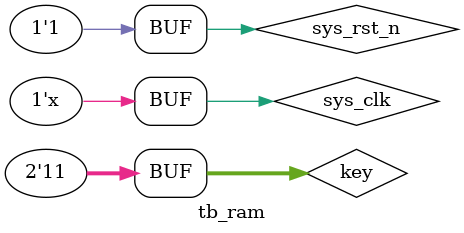
<source format=v>
`timescale  1ns/1ns

module  tb_ram();

//********************************************************************//
//****************** Parameter and Internal Signal *******************//
//********************************************************************//

//wire  define
wire    stcp;
wire    shcp;
wire    ds  ;
wire    oe  ;

//reg   define
reg         sys_clk     ;
reg         sys_rst_n   ;
reg [1:0]   key         ;

//********************************************************************//
//***************************** Main Code ****************************//
//********************************************************************//

//对sys_clk,sys_rst赋初值，并模拟按键抖动
initial
    begin
            sys_clk     =   1'b1 ;
            sys_rst_n   <=  1'b0 ;
            key         <=  2'b11;
    #200    sys_rst_n   <=  1'b1 ;
//按下按键key[1]
    #2000000    key[1]      <=  1'b0;//按下按键
    #20         key[1]      <=  1'b1;//模拟抖动
    #20         key[1]      <=  1'b0;//模拟抖动
    #20         key[1]      <=  1'b1;//模拟抖动
    #20         key[1]      <=  1'b0;//模拟抖动
    #200        key[1]      <=  1'b1;//松开按键
    #20         key[1]      <=  1'b0;//模拟抖动
    #20         key[1]      <=  1'b1;//模拟抖动
    #20         key[1]      <=  1'b0;//模拟抖动
    #20         key[1]      <=  1'b1;//模拟抖动
//按下按键key[0]
    #2000000    key[0]      <=  1'b0;//按下按键
    #20         key[0]      <=  1'b1;//模拟抖动
    #20         key[0]      <=  1'b0;//模拟抖动
    #20         key[0]      <=  1'b1;//模拟抖动
    #20         key[0]      <=  1'b0;//模拟抖动
    #200        key[0]      <=  1'b1;//松开按键
    #20         key[0]      <=  1'b0;//模拟抖动
    #20         key[0]      <=  1'b1;//模拟抖动
    #20         key[0]      <=  1'b0;//模拟抖动
    #20         key[0]      <=  1'b1;//模拟抖动
//按下按键key[1]
    #2000000    key[1]      <=  1'b0;//按下按键
    #20         key[1]      <=  1'b1;//模拟抖动
    #20         key[1]      <=  1'b0;//模拟抖动
    #20         key[1]      <=  1'b1;//模拟抖动
    #20         key[1]      <=  1'b0;//模拟抖动
    #200        key[1]      <=  1'b1;//松开按键
    #20         key[1]      <=  1'b0;//模拟抖动
    #20         key[1]      <=  1'b1;//模拟抖动
    #20         key[1]      <=  1'b0;//模拟抖动
    #20         key[1]      <=  1'b1;//模拟抖动
//按下按键key[1]
    #2000000    key[1]      <=  1'b0;//按下按键
    #20         key[1]      <=  1'b1;//模拟抖动
    #20         key[1]      <=  1'b0;//模拟抖动
    #20         key[1]      <=  1'b1;//模拟抖动
    #20         key[1]      <=  1'b0;//模拟抖动
    #200        key[1]      <=  1'b1;//松开按键
    #20         key[1]      <=  1'b0;//模拟抖动
    #20         key[1]      <=  1'b1;//模拟抖动
    #20         key[1]      <=  1'b0;//模拟抖动
    #20         key[1]      <=  1'b1;//模拟抖动
//按下按键key[0]
    #2000000    key[0]      <=  1'b0;//按下按键
    #20         key[0]      <=  1'b1;//模拟抖动
    #20         key[0]      <=  1'b0;//模拟抖动
    #20         key[0]      <=  1'b1;//模拟抖动
    #20         key[0]      <=  1'b0;//模拟抖动
    #200        key[0]      <=  1'b1;//松开按键
    #20         key[0]      <=  1'b0;//模拟抖动
    #20         key[0]      <=  1'b1;//模拟抖动
    #20         key[0]      <=  1'b0;//模拟抖动
    #20         key[0]      <=  1'b1;//模拟抖动
//按下按键key[1]
    #2000000    key[1]      <=  1'b0;//按下按键
    #20         key[1]      <=  1'b1;//模拟抖动
    #20         key[1]      <=  1'b0;//模拟抖动
    #20         key[1]      <=  1'b1;//模拟抖动
    #20         key[1]      <=  1'b0;//模拟抖动
    #200        key[1]      <=  1'b1;//松开按键
    #20         key[1]      <=  1'b0;//模拟抖动
    #20         key[1]      <=  1'b1;//模拟抖动
    #20         key[1]      <=  1'b0;//模拟抖动
    #20         key[1]      <=  1'b1;//模拟抖动
    end
    
//sys_clk:模拟系统时钟，每10ns电平取反一次，周期为20ns，频率为50Mhz
always  #10 sys_clk =   ~sys_clk;

//重新定义参数值，缩短仿真时间仿真
defparam    ram_inst.key1_filter_inst.CNT_MAX   =   5 ;
defparam    ram_inst.key2_filter_inst.CNT_MAX   =   5 ;
defparam    ram_inst.ram_ctrl_inst.CNT_MAX      =   99;

//********************************************************************//
//*************************** Instantiation **************************//
//********************************************************************//

//---------------ram_inst--------------
ram ram_inst
(
    .sys_clk     (sys_clk   ),   //系统时钟，频率50MHz
    .sys_rst_n   (sys_rst_n ),   //复位信号，低电平有效
    .key         (key       ),   //输入按键信号

    .stcp        (stcp      ), //输出数据存储寄时钟
    .shcp        (shcp      ), //移位寄存器的时钟输入
    .ds          (ds        ), //串行数据输入
    .oe          (oe        )  //输出使能信号

);

endmodule 

</source>
